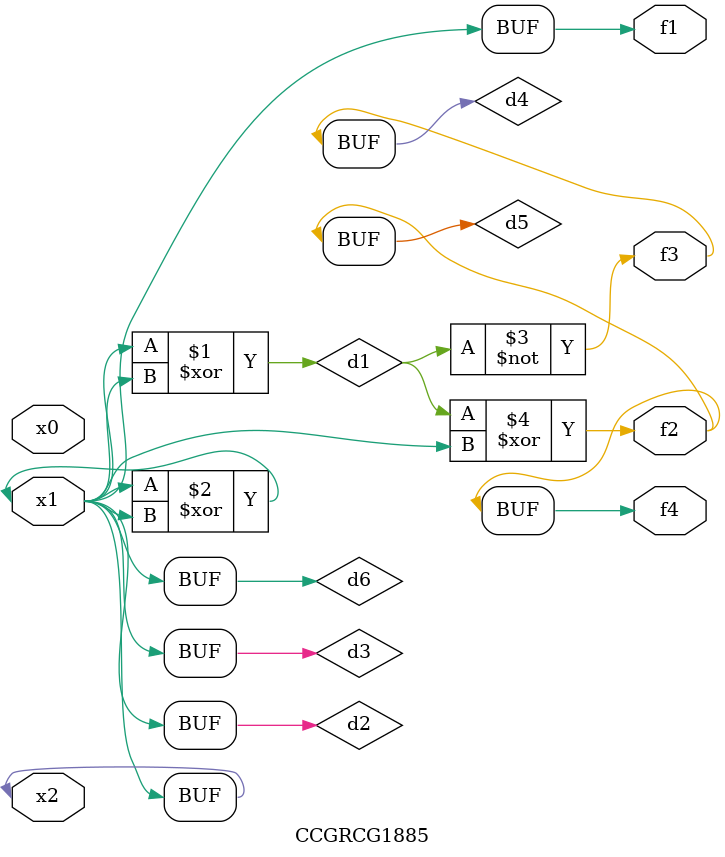
<source format=v>
module CCGRCG1885(
	input x0, x1, x2,
	output f1, f2, f3, f4
);

	wire d1, d2, d3, d4, d5, d6;

	xor (d1, x1, x2);
	buf (d2, x1, x2);
	xor (d3, x1, x2);
	nor (d4, d1);
	xor (d5, d1, d2);
	buf (d6, d2, d3);
	assign f1 = d6;
	assign f2 = d5;
	assign f3 = d4;
	assign f4 = d5;
endmodule

</source>
